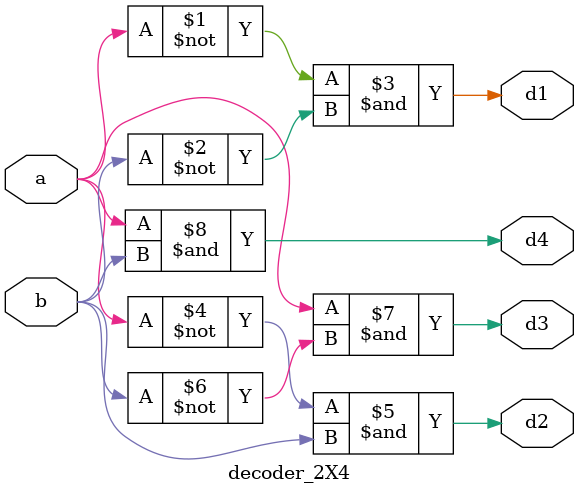
<source format=v>
module decoder_2X4(
  input a, b, 
  output d1,d2,d3,d4 
);
  
  assign d1= ~a & ~b;
  assign d2= ~a & b;
  assign d3= a & ~b;
  assign d4= a & b;
  endmodule
  
</source>
